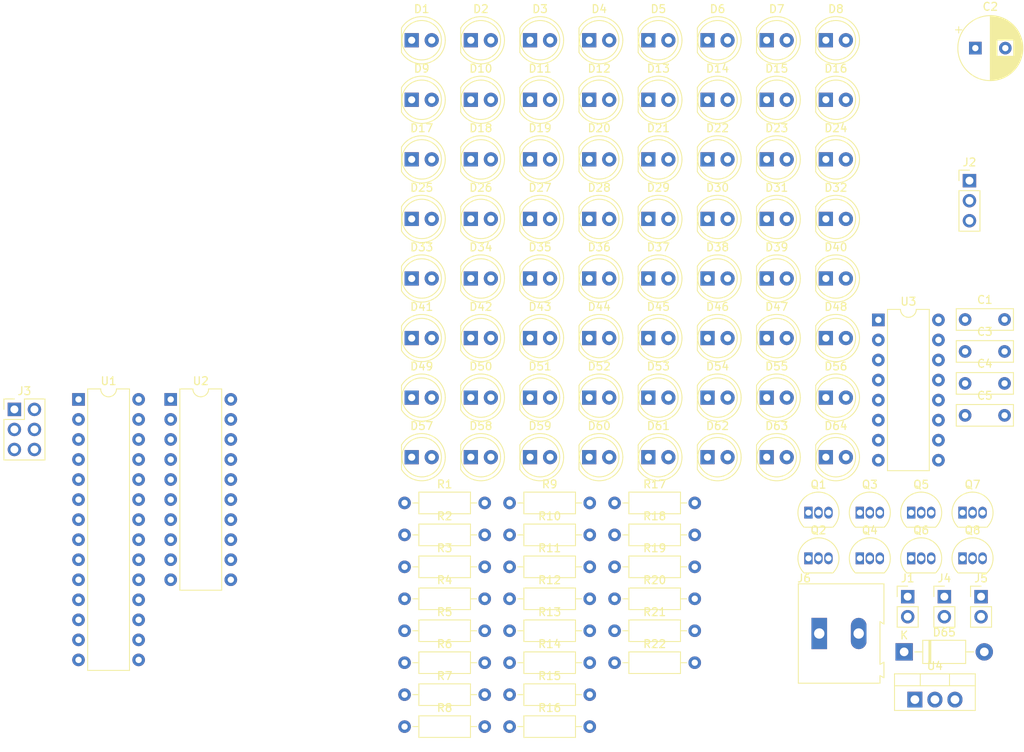
<source format=kicad_pcb>
(kicad_pcb (version 20240108) (generator "pcbnew") (generator_version "8.0")
  (layers (0 "F.Cu" signal) (31 "B.Cu" signal) (34 "B.Paste" user) (35 "F.Paste" user) (36 "B.SilkS" user "B.Silkscreen") (37 "F.SilkS" user "F.Silkscreen") (38 "B.Mask" user) (39 "F.Mask" user) (44 "Edge.Cuts" user))
  (net 0 "")
  (net 1 "VCC")
  (net 2 "GND")
  (net 3 "Net-(D65-K)")
  (net 4 "Net-(D1-A)")
  (net 5 "/ROW_0")
  (net 6 "Net-(D10-A)")
  (net 7 "Net-(D11-A)")
  (net 8 "Net-(D12-A)")
  (net 9 "Net-(D13-A)")
  (net 10 "Net-(D14-A)")
  (net 11 "Net-(D15-A)")
  (net 12 "Net-(D16-A)")
  (net 13 "/ROW_1")
  (net 14 "/ROW_2")
  (net 15 "/ROW_3")
  (net 16 "/ROW_4")
  (net 17 "/ROW_5")
  (net 18 "/ROW_6")
  (net 19 "/ROW_7")
  (net 20 "Net-(D65-A)")
  (net 21 "Net-(J1-Pin_2)")
  (net 22 "Net-(J1-Pin_1)")
  (net 23 "Net-(J2-Pin_1)")
  (net 24 "Net-(J2-Pin_3)")
  (net 25 "Net-(J2-Pin_2)")
  (net 26 "Net-(J3-Pin_6)")
  (net 27 "Net-(J3-Pin_2)")
  (net 28 "Net-(J3-Pin_4)")
  (net 29 "Net-(Q1-B)")
  (net 30 "Net-(Q2-B)")
  (net 31 "Net-(Q3-B)")
  (net 32 "Net-(Q4-B)")
  (net 33 "Net-(Q5-B)")
  (net 34 "Net-(Q6-B)")
  (net 35 "Net-(Q7-B)")
  (net 36 "Net-(Q8-B)")
  (net 37 "/TR_ROW_0")
  (net 38 "/TR_ROW_1")
  (net 39 "/TR_ROW_2")
  (net 40 "/TR_ROW_3")
  (net 41 "/TR_ROW_4")
  (net 42 "/TR_ROW_5")
  (net 43 "/TR_ROW_6")
  (net 44 "/TR_ROW_7")
  (net 45 "/COL_0")
  (net 46 "/COL_1")
  (net 47 "/COL_2")
  (net 48 "/COL_3")
  (net 49 "/COL_4")
  (net 50 "/COL_5")
  (net 51 "/COL_6")
  (net 52 "/COL_7")
  (net 53 "Net-(U1-GPB0)")
  (net 54 "Net-(U1-GPB6)")
  (net 55 "Net-(U1-GPB3)")
  (net 56 "Net-(U1-GPA2)")
  (net 59 "Net-(U1-GPB4)")
  (net 60 "Net-(U1-GPA0)")
  (net 63 "Net-(U1-GPB5)")
  (net 64 "Net-(U1-GPB1)")
  (net 66 "Net-(U1-GPB2)")
  (net 68 "Net-(U1-GPB7)")
  (net 70 "Net-(U1-GPA1)")
  (footprint "LED_THT:LED_D5.0mm" (layer "F.Cu") (at 117.172 100.796)
    (property "Reference" "D59" (at 1.27 -3.96 0) (layer "F.SilkS"))
    (property "Value" "LED")
    (pad "1" thru_hole rect (at 0 0) (size 1.8 1.8) (drill 0.9) (layers "*.Cu" "*.Mask") (net 19 "/ROW_7"))
    (pad "2" thru_hole circle (at 2.54 0) (size 1.8 1.8) (drill 0.9) (layers "*.Cu" "*.Mask") (net 7 "Net-(D11-A)"))
  )
  (footprint "LED_THT:LED_D5.0mm" (layer "F.Cu") (at 147.172 47.946)
    (property "Reference" "D7" (at 1.27 -3.96 0) (layer "F.SilkS"))
    (property "Value" "LED")
    (pad "1" thru_hole rect (at 0 0) (size 1.8 1.8) (drill 0.9) (layers "*.Cu" "*.Mask") (net 5 "/ROW_0"))
    (pad "2" thru_hole circle (at 2.54 0) (size 1.8 1.8) (drill 0.9) (layers "*.Cu" "*.Mask") (net 11 "Net-(D15-A)"))
  )
  (footprint "Package_TO_SOT_THT:TO-92_Inline" (layer "F.Cu") (at 171.992 113.616)
    (property "Reference" "Q8" (at 1.27 -3.56 0) (layer "F.SilkS"))
    (property "Value" "2N3904")
    (pad "1" thru_hole rect (at 0 0) (size 1.05 1.5) (drill 0.75) (layers "*.Cu" "*.Mask") (net 2 "GND"))
    (pad "2" thru_hole oval (at 1.27 0) (size 1.05 1.5) (drill 0.75) (layers "*.Cu" "*.Mask") (net 36 "Net-(Q8-B)"))
    (pad "3" thru_hole oval (at 2.54 0) (size 1.05 1.5) (drill 0.75) (layers "*.Cu" "*.Mask") (net 19 "/ROW_7"))
  )
  (footprint "Capacitor_THT:C_Disc_D7.0mm_W2.5mm_P5.00mm" (layer "F.Cu") (at 172.322 95.496)
    (property "Reference" "C5" (at 2.5 -2.5 0) (layer "F.SilkS"))
    (property "Value" "100nF")
    (pad "1" thru_hole circle (at 0 0) (size 1.6 1.6) (drill 0.8) (layers "*.Cu" "*.Mask") (net 1 "VCC"))
    (pad "2" thru_hole circle (at 5 0) (size 1.6 1.6) (drill 0.8) (layers "*.Cu" "*.Mask") (net 2 "GND"))
  )
  (footprint "LED_THT:LED_D5.0mm" (layer "F.Cu") (at 109.672 93.246)
    (property "Reference" "D50" (at 1.27 -3.96 0) (layer "F.SilkS"))
    (property "Value" "LED")
    (pad "1" thru_hole rect (at 0 0) (size 1.8 1.8) (drill 0.9) (layers "*.Cu" "*.Mask") (net 18 "/ROW_6"))
    (pad "2" thru_hole circle (at 2.54 0) (size 1.8 1.8) (drill 0.9) (layers "*.Cu" "*.Mask") (net 6 "Net-(D10-A)"))
  )
  (footprint "LED_THT:LED_D5.0mm" (layer "F.Cu") (at 124.672 100.796)
    (property "Reference" "D60" (at 1.27 -3.96 0) (layer "F.SilkS"))
    (property "Value" "LED")
    (pad "1" thru_hole rect (at 0 0) (size 1.8 1.8) (drill 0.9) (layers "*.Cu" "*.Mask") (net 19 "/ROW_7"))
    (pad "2" thru_hole circle (at 2.54 0) (size 1.8 1.8) (drill 0.9) (layers "*.Cu" "*.Mask") (net 8 "Net-(D12-A)"))
  )
  (footprint "LED_THT:LED_D5.0mm" (layer "F.Cu") (at 147.172 55.496)
    (property "Reference" "D15" (at 1.27 -3.96 0) (layer "F.SilkS"))
    (property "Value" "LED")
    (pad "1" thru_hole rect (at 0 0) (size 1.8 1.8) (drill 0.9) (layers "*.Cu" "*.Mask") (net 13 "/ROW_1"))
    (pad "2" thru_hole circle (at 2.54 0) (size 1.8 1.8) (drill 0.9) (layers "*.Cu" "*.Mask") (net 11 "Net-(D15-A)"))
  )
  (footprint "Package_TO_SOT_THT:TO-92_Inline" (layer "F.Cu") (at 165.482 113.616)
    (property "Reference" "Q6" (at 1.27 -3.56 0) (layer "F.SilkS"))
    (property "Value" "2N3904")
    (pad "1" thru_hole rect (at 0 0) (size 1.05 1.5) (drill 0.75) (layers "*.Cu" "*.Mask") (net 2 "GND"))
    (pad "2" thru_hole oval (at 1.27 0) (size 1.05 1.5) (drill 0.75) (layers "*.Cu" "*.Mask") (net 34 "Net-(Q6-B)"))
    (pad "3" thru_hole oval (at 2.54 0) (size 1.05 1.5) (drill 0.75) (layers "*.Cu" "*.Mask") (net 17 "/ROW_5"))
  )
  (footprint "Resistor_THT:R_Axial_DIN0207_L6.3mm_D2.5mm_P10.16mm_Horizontal" (layer "F.Cu") (at 127.892 122.796)
    (property "Reference" "R21" (at 5.08 -2.37 0) (layer "F.SilkS"))
    (property "Value" "10K")
    (pad "1" thru_hole circle (at 0 0) (size 1.6 1.6) (drill 0.8) (layers "*.Cu" "*.Mask") (net 2 "GND"))
    (pad "2" thru_hole oval (at 10.16 0) (size 1.6 1.6) (drill 0.8) (layers "*.Cu" "*.Mask") (net 28 "Net-(J3-Pin_4)"))
  )
  (footprint "LED_THT:LED_D5.0mm" (layer "F.Cu") (at 132.172 63.046)
    (property "Reference" "D21" (at 1.27 -3.96 0) (layer "F.SilkS"))
    (property "Value" "LED")
    (pad "1" thru_hole rect (at 0 0) (size 1.8 1.8) (drill 0.9) (layers "*.Cu" "*.Mask") (net 14 "/ROW_2"))
    (pad "2" thru_hole circle (at 2.54 0) (size 1.8 1.8) (drill 0.9) (layers "*.Cu" "*.Mask") (net 9 "Net-(D13-A)"))
  )
  (footprint "LED_THT:LED_D5.0mm" (layer "F.Cu") (at 124.672 78.146)
    (property "Reference" "D36" (at 1.27 -3.96 0) (layer "F.SilkS"))
    (property "Value" "LED")
    (pad "1" thru_hole rect (at 0 0) (size 1.8 1.8) (drill 0.9) (layers "*.Cu" "*.Mask") (net 16 "/ROW_4"))
    (pad "2" thru_hole circle (at 2.54 0) (size 1.8 1.8) (drill 0.9) (layers "*.Cu" "*.Mask") (net 8 "Net-(D12-A)"))
  )
  (footprint "Resistor_THT:R_Axial_DIN0207_L6.3mm_D2.5mm_P10.16mm_Horizontal" (layer "F.Cu") (at 127.892 114.696)
    (property "Reference" "R19" (at 5.08 -2.37 0) (layer "F.SilkS"))
    (property "Value" "10K")
    (pad "1" thru_hole circle (at 0 0) (size 1.6 1.6) (drill 0.8) (layers "*.Cu" "*.Mask") (net 1 "VCC"))
    (pad "2" thru_hole oval (at 10.16 0) (size 1.6 1.6) (drill 0.8) (layers "*.Cu" "*.Mask") (net 24 "Net-(J2-Pin_3)"))
  )
  (footprint "LED_THT:LED_D5.0mm" (layer "F.Cu") (at 102.172 100.796)
    (property "Reference" "D57" (at 1.27 -3.96 0) (layer "F.SilkS"))
    (property "Value" "LED")
    (pad "1" thru_hole rect (at 0 0) (size 1.8 1.8) (drill 0.9) (layers "*.Cu" "*.Mask") (net 19 "/ROW_7"))
    (pad "2" thru_hole circle (at 2.54 0) (size 1.8 1.8) (drill 0.9) (layers "*.Cu" "*.Mask") (net 4 "Net-(D1-A)"))
  )
  (footprint "Package_DIP:DIP-20_W7.62mm" (layer "F.Cu") (at 71.628 93.472)
    (property "Reference" "U2" (at 3.81 -2.33 0) (layer "F.SilkS"))
    (property "Value" "74AC45")
    (pad "1" thru_hole rect (at 0 0) (size 1.6 1.6) (drill 0.8) (layers "*.Cu" "*.Mask") (net 1 "VCC"))
    (pad "2" thru_hole oval (at 0 2.54) (size 1.6 1.6) (drill 0.8) (layers "*.Cu" "*.Mask") (net 53 "Net-(U1-GPB0)"))
    (pad "3" thru_hole oval (at 0 5.08) (size 1.6 1.6) (drill 0.8) (layers "*.Cu" "*.Mask") (net 64 "Net-(U1-GPB1)"))
    (pad "4" thru_hole oval (at 0 7.62) (size 1.6 1.6) (drill 0.8) (layers "*.Cu" "*.Mask") (net 66 "Net-(U1-GPB2)"))
    (pad "5" thru_hole oval (at 0 10.16) (size 1.6 1.6) (drill 0.8) (layers "*.Cu" "*.Mask") (net 55 "Net-(U1-GPB3)"))
    (pad "6" thru_hole oval (at 0 12.7) (size 1.6 1.6) (drill 0.8) (layers "*.Cu" "*.Mask") (net 59 "Net-(U1-GPB4)"))
    (pad "7" thru_hole oval (at 0 15.24) (size 1.6 1.6) (drill 0.8) (layers "*.Cu" "*.Mask") (net 63 "Net-(U1-GPB5)"))
    (pad "8" thru_hole oval (at 0 17.78) (size 1.6 1.6) (drill 0.8) (layers "*.Cu" "*.Mask") (net 54 "Net-(U1-GPB6)"))
    (pad "9" thru_hole oval (at 0 20.32) (size 1.6 1.6) (drill 0.8) (layers "*.Cu" "*.Mask") (net 68 "Net-(U1-GPB7)"))
    (pad "10" thru_hole oval (at 0 22.86) (size 1.6 1.6) (drill 0.8) (layers "*.Cu" "*.Mask") (net 2 "GND"))
    (pad "11" thru_hole oval (at 7.62 22.86) (size 1.6 1.6) (drill 0.8) (layers "*.Cu" "*.Mask") (net 52 "/COL_7"))
    (pad "12" thru_hole oval (at 7.62 20.32) (size 1.6 1.6) (drill 0.8) (layers "*.Cu" "*.Mask") (net 51 "/COL_6"))
    (pad "13" thru_hole oval (at 7.62 17.78) (size 1.6 1.6) (drill 0.8) (layers "*.Cu" "*.Mask") (net 50 "/COL_5"))
    (pad "14" thru_hole oval (at 7.62 15.24) (size 1.6 1.6) (drill 0.8) (layers "*.Cu" "*.Mask") (net 49 "/COL_4"))
    (pad "15" thru_hole oval (at 7.62 12.7) (size 1.6 1.6) (drill 0.8) (layers "*.Cu" "*.Mask") (net 48 "/COL_3"))
    (pad "16" thru_hole oval (at 7.62 10.16) (size 1.6 1.6) (drill 0.8) (layers "*.Cu" "*.Mask") (net 47 "/COL_2"))
    (pad "17" thru_hole oval (at 7.62 7.62) (size 1.6 1.6) (drill 0.8) (layers "*.Cu" "*.Mask") (net 46 "/COL_1"))
    (pad "18" thru_hole oval (at 7.62 5.08) (size 1.6 1.6) (drill 0.8) (layers "*.Cu" "*.Mask") (net 45 "/COL_0"))
    (pad "19" thru_hole oval (at 7.62 2.54) (size 1.6 1.6) (drill 0.8) (layers "*.Cu" "*.Mask") (net 2 "GND"))
    (pad "20" thru_hole oval (at 7.62 0) (size 1.6 1.6) (drill 0.8) (layers "*.Cu" "*.Mask") (net 1 "VCC"))
  )
  (footprint "Resistor_THT:R_Axial_DIN0207_L6.3mm_D2.5mm_P10.16mm_Horizontal" (layer "F.Cu") (at 101.272 134.946)
    (property "Reference" "R8" (at 5.08 -2.37 0) (layer "F.SilkS"))
    (property "Value" "1K")
    (pad "1" thru_hole circle (at 0 0) (size 1.6 1.6) (drill 0.8) (layers "*.Cu" "*.Mask") (net 44 "/TR_ROW_7"))
    (pad "2" thru_hole oval (at 10.16 0) (size 1.6 1.6) (drill 0.8) (layers "*.Cu" "*.Mask") (net 36 "Net-(Q8-B)"))
  )
  (footprint "Resistor_THT:R_Axial_DIN0207_L6.3mm_D2.5mm_P10.16mm_Horizontal" (layer "F.Cu") (at 101.272 122.796)
    (property "Reference" "R5" (at 5.08 -2.37 0) (layer "F.SilkS"))
    (property "Value" "1K")
    (pad "1" thru_hole circle (at 0 0) (size 1.6 1.6) (drill 0.8) (layers "*.Cu" "*.Mask") (net 41 "/TR_ROW_4"))
    (pad "2" thru_hole oval (at 10.16 0) (size 1.6 1.6) (drill 0.8) (layers "*.Cu" "*.Mask") (net 33 "Net-(Q5-B)"))
  )
  (footprint "LED_THT:LED_D5.0mm" (layer "F.Cu") (at 117.172 93.246)
    (property "Reference" "D51" (at 1.27 -3.96 0) (layer "F.SilkS"))
    (property "Value" "LED")
    (pad "1" thru_hole rect (at 0 0) (size 1.8 1.8) (drill 0.9) (layers "*.Cu" "*.Mask") (net 18 "/ROW_6"))
    (pad "2" thru_hole circle (at 2.54 0) (size 1.8 1.8) (drill 0.9) (layers "*.Cu" "*.Mask") (net 7 "Net-(D11-A)"))
  )
  (footprint "Package_DIP:DIP-28_W7.62mm" (layer "F.Cu") (at 59.944 93.472)
    (property "Reference" "U1" (at 3.81 -2.33 0) (layer "F.SilkS"))
    (property "Value" "MCP23017_SP")
    (pad "1" thru_hole rect (at 0 0) (size 1.6 1.6) (drill 0.8) (layers "*.Cu" "*.Mask") (net 53 "Net-(U1-GPB0)"))
    (pad "2" thru_hole oval (at 0 2.54) (size 1.6 1.6) (drill 0.8) (layers "*.Cu" "*.Mask") (net 64 "Net-(U1-GPB1)"))
    (pad "3" thru_hole oval (at 0 5.08) (size 1.6 1.6) (drill 0.8) (layers "*.Cu" "*.Mask") (net 66 "Net-(U1-GPB2)"))
    (pad "4" thru_hole oval (at 0 7.62) (size 1.6 1.6) (drill 0.8) (layers "*.Cu" "*.Mask") (net 55 "Net-(U1-GPB3)"))
    (pad "5" thru_hole oval (at 0 10.16) (size 1.6 1.6) (drill 0.8) (layers "*.Cu" "*.Mask") (net 59 "Net-(U1-GPB4)"))
    (pad "6" thru_hole oval (at 0 12.7) (size 1.6 1.6) (drill 0.8) (layers "*.Cu" "*.Mask") (net 63 "Net-(U1-GPB5)"))
    (pad "7" thru_hole oval (at 0 15.24) (size 1.6 1.6) (drill 0.8) (layers "*.Cu" "*.Mask") (net 54 "Net-(U1-GPB6)"))
    (pad "8" thru_hole oval (at 0 17.78) (size 1.6 1.6) (drill 0.8) (layers "*.Cu" "*.Mask") (net 68 "Net-(U1-GPB7)"))
    (pad "9" thru_hole oval (at 0 20.32) (size 1.6 1.6) (drill 0.8) (layers "*.Cu" "*.Mask") (net 1 "VCC"))
    (pad "10" thru_hole oval (at 0 22.86) (size 1.6 1.6) (drill 0.8) (layers "*.Cu" "*.Mask") (net 2 "GND"))
    (pad "11" thru_hole oval (at 0 25.4) (size 1.6 1.6) (drill 0.8) (layers "*.Cu" "*.Mask"))
    (pad "12" thru_hole oval (at 0 27.94) (size 1.6 1.6) (drill 0.8) (layers "*.Cu" "*.Mask") (net 21 "Net-(J1-Pin_2)"))
    (pad "13" thru_hole oval (at 0 30.48) (size 1.6 1.6) (drill 0.8) (layers "*.Cu" "*.Mask") (net 22 "Net-(J1-Pin_1)"))
    (pad "14" thru_hole oval (at 0 33.02) (size 1.6 1.6) (drill 0.8) (layers "*.Cu" "*.Mask"))
    (pad "15" thru_hole oval (at 7.62 33.02) (size 1.6 1.6) (drill 0.8) (layers "*.Cu" "*.Mask") (net 26 "Net-(J3-Pin_6)"))
    (pad "16" thru_hole oval (at 7.62 30.48) (size 1.6 1.6) (drill 0.8) (layers "*.Cu" "*.Mask") (net 28 "Net-(J3-Pin_4)"))
    (pad "17" thru_hole oval (at 7.62 27.94) (size 1.6 1.6) (drill 0.8) (layers "*.Cu" "*.Mask") (net 27 "Net-(J3-Pin_2)"))
    (pad "18" thru_hole oval (at 7.62 25.4) (size 1.6 1.6) (drill 0.8) (layers "*.Cu" "*.Mask") (net 24 "Net-(J2-Pin_3)"))
    (pad "19" thru_hole oval (at 7.62 22.86) (size 1.6 1.6) (drill 0.8) (layers "*.Cu" "*.Mask") (net 23 "Net-(J2-Pin_1)"))
    (pad "20" thru_hole oval (at 7.62 20.32) (size 1.6 1.6) (drill 0.8) (layers "*.Cu" "*.Mask") (net 25 "Net-(J2-Pin_2)"))
    (pad "21" thru_hole oval (at 7.62 17.78) (size 1.6 1.6) (drill 0.8) (layers "*.Cu" "*.Mask") (net 60 "Net-(U1-GPA0)"))
    (pad "22" thru_hole oval (at 7.62 15.24) (size 1.6 1.6) (drill 0.8) (layers "*.Cu" "*.Mask") (net 70 "Net-(U1-GPA1)"))
    (pad "23" thru_hole oval (at 7.62 12.7) (size 1.6 1.6) (drill 0.8) (layers "*.Cu" "*.Mask") (net 56 "Net-(U1-GPA2)"))
    (pad "24" thru_hole oval (at 7.62 10.16) (size 1.6 1.6) (drill 0.8) (layers "*.Cu" "*.Mask"))
    (pad "25" thru_hole oval (at 7.62 7.62) (size 1.6 1.6) (drill 0.8) (layers "*.Cu" "*.Mask"))
    (pad "26" thru_hole oval (at 7.62 5.08) (size 1.6 1.6) (drill 0.8) (layers "*.Cu" "*.Mask"))
    (pad "27" thru_hole oval (at 7.62 2.54) (size 1.6 1.6) (drill 0.8) (layers "*.Cu" "*.Mask"))
    (pad "28" thru_hole oval (at 7.62 0) (size 1.6 1.6) (drill 0.8) (layers "*.Cu" "*.Mask"))
  )
  (footprint "Resistor_THT:R_Axial_DIN0207_L6.3mm_D2.5mm_P10.16mm_Horizontal" (layer "F.Cu") (at 127.892 118.746)
    (property "Reference" "R20" (at 5.08 -2.37 0) (layer "F.SilkS"))
    (property "Value" "10K")
    (pad "1" thru_hole circle (at 0 0) (size 1.6 1.6) (drill 0.8) (layers "*.Cu" "*.Mask") (net 2 "GND"))
    (pad "2" thru_hole oval (at 10.16 0) (size 1.6 1.6) (drill 0.8) (layers "*.Cu" "*.Mask") (net 27 "Net-(J3-Pin_2)"))
  )
  (footprint "LED_THT:LED_D5.0mm" (layer "F.Cu") (at 109.672 85.696)
    (property "Reference" "D42" (at 1.27 -3.96 0) (layer "F.SilkS"))
    (property "Value" "LED")
    (pad "1" thru_hole rect (at 0 0) (size 1.8 1.8) (drill 0.9) (layers "*.Cu" "*.Mask") (net 17 "/ROW_5"))
    (pad "2" thru_hole circle (at 2.54 0) (size 1.8 1.8) (drill 0.9) (layers "*.Cu" "*.Mask") (net 6 "Net-(D10-A)"))
  )
  (footprint "LED_THT:LED_D5.0mm" (layer "F.Cu") (at 102.172 85.696)
    (property "Reference" "D41" (at 1.27 -3.96 0) (layer "F.SilkS"))
    (property "Value" "LED")
    (pad "1" thru_hole rect (at 0 0) (size 1.8 1.8) (drill 0.9) (layers "*.Cu" "*.Mask") (net 17 "/ROW_5"))
    (pad "2" thru_hole circle (at 2.54 0) (size 1.8 1.8) (drill 0.9) (layers "*.Cu" "*.Mask") (net 4 "Net-(D1-A)"))
  )
  (footprint "LED_THT:LED_D5.0mm" (layer "F.Cu") (at 139.672 85.696)
    (property "Reference" "D46" (at 1.27 -3.96 0) (layer "F.SilkS"))
    (property "Value" "LED")
    (pad "1" thru_hole rect (at 0 0) (size 1.8 1.8) (drill 0.9) (layers "*.Cu" "*.Mask") (net 17 "/ROW_5"))
    (pad "2" thru_hole circle (at 2.54 0) (size 1.8 1.8) (drill 0.9) (layers "*.Cu" "*.Mask") (net 10 "Net-(D14-A)"))
  )
  (footprint "LED_THT:LED_D5.0mm" (layer "F.Cu") (at 109.672 70.596)
    (property "Reference" "D26" (at 1.27 -3.96 0) (layer "F.SilkS"))
    (property "Value" "LED")
    (pad "1" thru_hole rect (at 0 0) (size 1.8 1.8) (drill 0.9) (layers "*.Cu" "*.Mask") (net 15 "/ROW_3"))
    (pad "2" thru_hole circle (at 2.54 0) (size 1.8 1.8) (drill 0.9) (layers "*.Cu" "*.Mask") (net 6 "Net-(D10-A)"))
  )
  (footprint "Resistor_THT:R_Axial_DIN0207_L6.3mm_D2.5mm_P10.16mm_Horizontal" (layer "F.Cu") (at 114.582 106.596)
    (property "Reference" "R9" (at 5.08 -2.37 0) (layer "F.SilkS"))
    (property "Value" "470")
    (pad "1" thru_hole circle (at 0 0) (size 1.6 1.6) (drill 0.8) (layers "*.Cu" "*.Mask") (net 4 "Net-(D1-A)"))
    (pad "2" thru_hole oval (at 10.16 0) (size 1.6 1.6) (drill 0.8) (layers "*.Cu" "*.Mask") (net 45 "/COL_0"))
  )
  (footprint "LED_THT:LED_D5.0mm" (layer "F.Cu") (at 117.172 78.146)
    (property "Reference" "D35" (at 1.27 -3.96 0) (layer "F.SilkS"))
    (property "Value" "LED")
    (pad "1" thru_hole rect (at 0 0) (size 1.8 1.8) (drill 0.9) (layers "*.Cu" "*.Mask") (net 16 "/ROW_4"))
    (pad "2" thru_hole circle (at 2.54 0) (size 1.8 1.8) (drill 0.9) (layers "*.Cu" "*.Mask") (net 7 "Net-(D11-A)"))
  )
  (footprint "LED_THT:LED_D5.0mm" (layer "F.Cu") (at 102.172 55.496)
    (property "Reference" "D9" (at 1.27 -3.96 0) (layer "F.SilkS"))
    (property "Value" "LED")
    (pad "1" thru_hole rect (at 0 0) (size 1.8 1.8) (drill 0.9) (layers "*.Cu" "*.Mask") (net 13 "/ROW_1"))
    (pad "2" thru_hole circle (at 2.54 0) (size 1.8 1.8) (drill 0.9) (layers "*.Cu" "*.Mask") (net 4 "Net-(D1-A)"))
  )
  (footprint "LED_THT:LED_D5.0mm" (layer "F.Cu") (at 154.672 85.696)
    (property "Reference" "D48" (at 1.27 -3.96 0) (layer "F.SilkS"))
    (property "Value" "LED")
    (pad "1" thru_hole rect (at 0 0) (size 1.8 1.8) (drill 0.9) (layers "*.Cu" "*.Mask") (net 17 "/ROW_5"))
    (pad "2" thru_hole circle (at 2.54 0) (size 1.8 1.8) (drill 0.9) (layers "*.Cu" "*.Mask") (net 12 "Net-(D16-A)"))
  )
  (footprint "Capacitor_THT:C_Disc_D7.0mm_W2.5mm_P5.00mm" (layer "F.Cu") (at 172.322 87.396)
    (property "Reference" "C3" (at 2.5 -2.5 0) (layer "F.SilkS"))
    (property "Value" "100nF")
    (pad "1" thru_hole circle (at 0 0) (size 1.6 1.6) (drill 0.8) (layers "*.Cu" "*.Mask") (net 1 "VCC"))
    (pad "2" thru_hole circle (at 5 0) (size 1.6 1.6) (drill 0.8) (layers "*.Cu" "*.Mask") (net 2 "GND"))
  )
  (footprint "LED_THT:LED_D5.0mm" (layer "F.Cu") (at 132.172 78.146)
    (property "Reference" "D37" (at 1.27 -3.96 0) (layer "F.SilkS"))
    (property "Value" "LED")
    (pad "1" thru_hole rect (at 0 0) (size 1.8 1.8) (drill 0.9) (layers "*.Cu" "*.Mask") (net 16 "/ROW_4"))
    (pad "2" thru_hole circle (at 2.54 0) (size 1.8 1.8) (drill 0.9) (layers "*.Cu" "*.Mask") (net 9 "Net-(D13-A)"))
  )
  (footprint "LED_THT:LED_D5.0mm" (layer "F.Cu") (at 109.672 55.496)
    (property "Reference" "D10" (at 1.27 -3.96 0) (layer "F.SilkS"))
    (property "Value" "LED")
    (pad "1" thru_hole rect (at 0 0) (size 1.8 1.8) (drill 0.9) (layers "*.Cu" "*.Mask") (net 13 "/ROW_1"))
    (pad "2" thru_hole circle (at 2.54 0) (size 1.8 1.8) (drill 0.9) (layers "*.Cu" "*.Mask") (net 6 "Net-(D10-A)"))
  )
  (footprint "LED_THT:LED_D5.0mm" (layer "F.Cu") (at 109.672 47.946)
    (property "Reference" "D2" (at 1.27 -3.96 0) (layer "F.SilkS"))
    (property "Value" "LED")
    (pad "1" thru_hole rect (at 0 0) (size 1.8 1.8) (drill 0.9) (layers "*.Cu" "*.Mask") (net 5 "/ROW_0"))
    (pad "2" thru_hole circle (at 2.54 0) (size 1.8 1.8) (drill 0.9) (layers "*.Cu" "*.Mask") (net 6 "Net-(D10-A)"))
  )
  (footprint "Package_TO_SOT_THT:TO-92_Inline" (layer "F.Cu") (at 171.992 107.826)
    (property "Reference" "Q7" (at 1.27 -3.56 0) (layer "F.SilkS"))
    (property "Value" "2N3904")
    (pad "1" thru_hole rect (at 0 0) (size 1.05 1.5) (drill 0.75) (layers "*.Cu" "*.Mask") (net 2 "GND"))
    (pad "2" thru_hole oval (at 1.27 0) (size 1.05 1.5) (drill 0.75) (layers "*.Cu" "*.Mask") (net 35 "Net-(Q7-B)"))
    (pad "3" thru_hole oval (at 2.54 0) (size 1.05 1.5) (drill 0.75) (layers "*.Cu" "*.Mask") (net 18 "/ROW_6"))
  )
  (footprint "LED_THT:LED_D5.0mm" (layer "F.Cu") (at 154.672 55.496)
    (property "Reference" "D16" (at 1.27 -3.96 0) (layer "F.SilkS"))
    (property "Value" "LED")
    (pad "1" thru_hole rect (at 0 0) (size 1.8 1.8) (drill 0.9) (layers "*.Cu" "*.Mask") (net 13 "/ROW_1"))
    (pad "2" thru_hole circle (at 2.54 0) (size 1.8 1.8) (drill 0.9) (layers "*.Cu" "*.Mask") (net 12 "Net-(D16-A)"))
  )
  (footprint "LED_THT:LED_D5.0mm" (layer "F.Cu") (at 117.172 85.696)
    (property "Reference" "D43" (at 1.27 -3.96 0) (layer "F.SilkS"))
    (property "Value" "LED")
    (pad "1" thru_hole rect (at 0 0) (size 1.8 1.8) (drill 0.9) (layers "*.Cu" "*.Mask") (net 17 "/ROW_5"))
    (pad "2" thru_hole circle (at 2.54 0) (size 1.8 1.8) (drill 0.9) (layers "*.Cu" "*.Mask") (net 7 "Net-(D11-A)"))
  )
  (footprint "LED_THT:LED_D5.0mm" (layer "F.Cu") (at 102.172 47.946)
    (property "Reference" "D1" (at 1.27 -3.96 0) (layer "F.SilkS"))
    (property "Value" "LED")
    (pad "1" thru_hole rect (at 0 0) (size 1.8 1.8) (drill 0.9) (layers "*.Cu" "*.Mask") (net 5 "/ROW_0"))
    (pad "2" thru_hole circle (at 2.54 0) (size 1.8 1.8) (drill 0.9) (layers "*.Cu" "*.Mask") (net 4 "Net-(D1-A)"))
  )
  (footprint "LED_THT:LED_D5.0mm" (layer "F.Cu") (at 139.672 63.046)
    (property "Reference" "D22" (at 1.27 -3.96 0) (layer "F.SilkS"))
    (property "Value" "LED")
    (pad "1" thru_hole rect (at 0 0) (size 1.8 1.8) (drill 0.9) (layers "*.Cu" "*.Mask") (net 14 "/ROW_2"))
    (pad "2" thru_hole circle (at 2.54 0) (size 1.8 1.8) (drill 0.9) (layers "*.Cu" "*.Mask") (net 10 "Net-(D14-A)"))
  )
  (footprint "Resistor_THT:R_Axial_DIN0207_L6.3mm_D2.5mm_P10.16mm_Horizontal" (layer "F.Cu") (at 114.582 118.746)
    (property "Reference" "R12" (at 5.08 -2.37 0) (layer "F.SilkS"))
    (property "Value" "470")
    (pad "1" thru_hole circle (at 0 0) (size 1.6 1.6) (drill 0.8) (layers "*.Cu" "*.Mask") (net 8 "Net-(D12-A)"))
    (pad "2" thru_hole oval (at 10.16 0) (size 1.6 1.6) (drill 0.8) (layers "*.Cu" "*.Mask") (net 48 "/COL_3"))
  )
  (footprint "LED_THT:LED_D5.0mm" (layer "F.Cu") (at 132.172 85.696)
    (property "Reference" "D45" (at 1.27 -3.96 0) (layer "F.SilkS"))
    (property "Value" "LED")
    (pad "1" thru_hole rect (at 0 0) (size 1.8 1.8) (drill 0.9) (layers "*.Cu" "*.Mask") (net 17 "/ROW_5"))
    (pad "2" thru_hole circle (at 2.54 0) (size 1.8 1.8) (drill 0.9) (layers "*.Cu" "*.Mask") (net 9 "Net-(D13-A)"))
  )
  (footprint "LED_THT:LED_D5.0mm" (layer "F.Cu") (at 102.172 70.596)
    (property "Reference" "D25" (at 1.27 -3.96 0) (layer "F.SilkS"))
    (property "Value" "LED")
    (pad "1" thru_hole rect (at 0 0) (size 1.8 1.8) (drill 0.9) (layers "*.Cu" "*.Mask") (net 15 "/ROW_3"))
    (pad "2" thru_hole circle (at 2.54 0) (size 1.8 1.8) (drill 0.9) (layers "*.Cu" "*.Mask") (net 4 "Net-(D1-A)"))
  )
  (footprint "Package_TO_SOT_THT:TO-92_Inline" (layer "F.Cu") (at 158.972 113.616)
    (property "Reference" "Q4" (at 1.27 -3.56 0) (layer "F.SilkS"))
    (property "Value" "2N3904")
    (pad "1" thru_hole rect (at 0 0) (size 1.05 1.5) (drill 0.75) (layers "*.Cu" "*.Mask") (net 2 "GND"))
    (pad "2" thru_hole oval (at 1.27 0) (size 1.05 1.5) (drill 0.75) (layers "*.Cu" "*.Mask") (net 32 "Net-(Q4-B)"))
    (pad "3" thru_hole oval (at 2.54 0) (size 1.05 1.5) (drill 0.75) (layers "*.Cu" "*.Mask") (net 15 "/ROW_3"))
  )
  (footprint "LED_THT:LED_D5.0mm" (layer "F.Cu") (at 147.172 70.596)
    (property "Reference" "D31" (at 1.27 -3.96 0) (layer "F.SilkS"))
    (property "Value" "LED")
    (pad "1" thru_hole rect (at 0 0) (size 1.8 1.8) (drill 0.9) (layers "*.Cu" "*.Mask") (net 15 "/ROW_3"))
    (pad "2" thru_hole circle (at 2.54 0) (size 1.8 1.8) (drill 0.9) (layers "*.Cu" "*.Mask") (net 11 "Net-(D15-A)"))
  )
  (footprint "LED_THT:LED_D5.0mm" (layer "F.Cu") (at 117.172 70.596)
    (property "Reference" "D27" (at 1.27 -3.96 0) (layer "F.SilkS"))
    (property "Value" "LED")
    (pad "1" thru_hole rect (at 0 0) (size 1.8 1.8) (drill 0.9) (layers "*.Cu" "*.Mask") (net 15 "/ROW_3"))
    (pad "2" thru_hole circle (at 2.54 0) (size 1.8 1.8) (drill 0.9) (layers "*.Cu" "*.Mask") (net 7 "Net-(D11-A)"))
  )
  (footprint "LED_THT:LED_D5.0mm" (layer "F.Cu") (at 154.672 93.246)
    (property "Reference" "D56" (at 1.27 -3.96 0) (layer "F.SilkS"))
    (property "Value" "LED")
    (pad "1" thru_hole rect (at 0 0) (size 1.8 1.8) (drill 0.9) (layers "*.Cu" "*.Mask") (net 18 "/ROW_6"))
    (pad "2" thru_hole circle (at 2.54 0) (size 1.8 1.8) (drill 0.9) (layers "*.Cu" "*.Mask") (net 12 "Net-(D16-A)"))
  )
  (footprint "LED_THT:LED_D5.0mm" (layer "F.Cu") (at 132.172 47.946)
    (property "Reference" "D5" (at 1.27 -3.96 0) (layer "F.SilkS"))
    (property "Value" "LED")
    (pad "1" thru_hole rect (at 0 0) (size 1.8 1.8) (drill 0.9) (layers "*.Cu" "*.Mask") (net 5 "/ROW_0"))
    (pad "2" thru_hole circle (at 2.54 0) (size 1.8 1.8) (drill 0.9) (layers "*.Cu" "*.Mask") (net 9 "Net-(D13-A)"))
  )
  (footprint "Connector_PinHeader_2.54mm:PinHeader_1x02_P2.54mm_Vertical" (layer "F.Cu") (at 165.042 118.476)
    (property "Reference" "J1" (at 0 -2.33 0) (layer "F.SilkS"))
    (property "Value" "I2C")
    (pad "1" thru_hole rect (at 0 0) (size 1.7 1.7) (drill 1) (layers "*.Cu" "*.Mask") (net 22 "Net-(J1-Pin_1)"))
    (pad "2" thru_hole oval (at 0 2.54) (size 1.7 1.7) (drill 1) (layers "*.Cu" "*.Mask") (net 21 "Net-(J1-Pin_2)"))
  )
  (footprint "Capacitor_THT:CP_Radial_D8.0mm_P3.80mm" (layer "F.Cu") (at 173.616698 48.946)
    (property "Reference" "C2" (at 1.9 -5.25 0) (layer "F.SilkS"))
    (property "Value" "10uF")
    (pad "1" thru_hole rect (at 0 0) (size 1.6 1.6) (drill 0.8) (layers "*.Cu" "*.Mask") (net 3 "Net-(D65-K)"))
    (pad "2" thru_hole circle (at 3.8 0) (size 1.6 1.6) (drill 0.8) (layers "*.Cu" "*.Mask") (net 2 "GND"))
  )
  (footprint "Resistor_THT:R_Axial_DIN0207_L6.3mm_D2.5mm_P10.16mm_Horizontal" (layer "F.Cu") (at 101.272 130.896)
    (property "Reference" "R7" (at 5.08 -2.37 0) (layer "F.SilkS"))
    (property "Value" "1K")
    (pad "1" thru_hole circle (at 0 0) (size 1.6 1.6) (drill 0.8) (layers "*.Cu" "*.Mask") (net 43 "/TR_ROW_6"))
    (pad "2" thru_hole oval (at 10.16 0) (size 1.6 1.6) (drill 0.8) (layers "*.Cu" "*.Mask") (net 35 "Net-(Q7-B)"))
  )
  (footprint "Connector_PinHeader_2.54mm:PinHeader_1x02_P2.54mm_Vertical" (layer "F.Cu") (at 174.342 118.476)
    (property "Reference" "J5" (at 0 -2.33 0) (layer "F.SilkS"))
    (property "Value" "GND")
    (pad "1" thru_hole rect (at 0 0) (size 1.7 1.7) (drill 1) (layers "*.Cu" "*.Mask") (net 2 "GND"))
    (pad "2" thru_hole oval (at 0 2.54) (size 1.7 1.7) (drill 1) (layers "*.Cu" "*.Mask") (net 2 "GND"))
  )
  (footprint "Resistor_THT:R_Axial_DIN0207_L6.3mm_D2.5mm_P10.16mm_Horizontal" (layer "F.Cu") (at 101.272 118.746)
    (property "Reference" "R4" (at 5.08 -2.37 0) (layer "F.SilkS"))
    (property "Value" "1K")
    (pad "1" thru_hole circle (at 0 0) (size 1.6 1.6) (drill 0.8) (layers "*.Cu" "*.Mask") (net 40 "/TR_ROW_3"))
    (pad "2" thru_hole oval (at 10.16 0) (size 1.6 1.6) (drill 0.8) (layers "*.Cu" "*.Mask") (net 32 "Net-(Q4-B)"))
  )
  (footprint "LED_THT:LED_D5.0mm" (layer "F.Cu") (at 147.172 85.696)
    (property "Reference" "D47" (at 1.27 -3.96 0) (layer "F.SilkS"))
    (property "Value" "LED")
    (pad "1" thru_hole rect (at 0 0) (size 1.8 1.8) (drill 0.9) (layers "*.Cu" "*.Mask") (net 17 "/ROW_5"))
    (pad "2" thru_hole circle (at 2.54 0) (size 1.8 1.8) (drill 0.9) (layers "*.Cu" "*.Mask") (net 11 "Net-(D15-A)"))
  )
  (footprint "LED_THT:LED_D5.0mm" (layer "F.Cu") (at 124.672 63.046)
    (property "Reference" "D20" (at 1.27 -3.96 0) (layer "F.SilkS"))
    (property "Value" "LED")
    (pad "1" thru_hole rect (at 0 0) (size 1.8 1.8) (drill 0.9) (layers "*.Cu" "*.Mask") (net 14 "/ROW_2"))
    (pad "2" thru_hole circle (at 2.54 0) (size 1.8 1.8) (drill 0.9) (layers "*.Cu" "*.Mask") (net 8 "Net-(D12-A)"))
  )
  (footprint "Package_TO_SOT_THT:TO-220-3_Vertical" (layer "F.Cu") (at 165.952 131.526)
    (property "Reference" "U4" (at 2.54 -4.27 0) (layer "F.SilkS"))
    (property "Value" "UA78M33CKCS")
    (pad "1" thru_hole rect (at 0 0) (size 1.905 2) (drill 1.1) (layers "*.Cu" "*.Mask") (net 3 "Net-(D65-K)"))
    (pad "2" thru_hole oval (at 2.54 0) (size 1.905 2) (drill 1.1) (layers "*.Cu" "*.Mask") (net 2 "GND"))
    (pad "3" thru_hole oval (at 5.08 0) (size 1.905 2) (drill 1.1) (layers "*.Cu" "*.Mask") (net 1 "VCC"))
  )
  (footprint "Package_TO_SOT_THT:TO-92_Inline" (layer "F.Cu") (at 152.462 113.616)
    (property "Reference" "Q2" (at 1.27 -3.56 0) (layer "F.SilkS"))
    (property "Value" "2N3904")
    (pad "1" thru_hole rect (at 0 0) (size 1.05 1.5) (drill 0.75) (layers "*.Cu" "*.Mask") (net 2 "GND"))
    (pad "2" thru_hole oval (at 1.27 0) (size 1.05 1.5) (drill 0.75) (layers "*.Cu" "*.Mask") (net 30 "Net-(Q2-B)"))
    (pad "3" thru_hole oval (at 2.54 0) (size 1.05 1.5) (drill 0.75) (layers "*.Cu" "*.Mask") (net 13 "/ROW_1"))
  )
  (footprint "LED_THT:LED_D5.0mm" (layer "F.Cu") (at 154.672 63.046)
    (property "Reference" "D24" (at 1.27 -3.96 0) (layer "F.SilkS"))
    (property "Value" "LED")
    (pad "1" thru_hole rect (at 0 0) (size 1.8 1.8) (drill 0.9) (layers "*.Cu" "*.Mask") (net 14 "/ROW_2"))
    (pad "2" thru_hole circle (at 2.54 0) (size 1.8 1.8) (drill 0.9) (layers "*.Cu" "*.Mask") (net 12 "Net-(D16-A)"))
  )
  (footprint "LED_THT:LED_D5.0mm" (layer "F.Cu") (at 139.672 93.246)
    (property "Reference" "D54" (at 1.27 -3.96 0) (layer "F.SilkS"))
    (property "Value" "LED")
    (pad "1" thru_hole rect (at 0 0) (size 1.8 1.8) (drill 0.9) (layers "*.Cu" "*.Mask") (net 18 "/ROW_6"))
    (pad "2" thru_hole circle (at 2.54 0) (size 1.8 1.8) (drill 0.9) (layers "*.Cu" "*.Mask") (net 10 "Net-(D14-A)"))
  )
  (footprint "LED_THT:LED_D5.0mm" (layer "F.Cu") (at 117.172 55.496)
    (property "Reference" "D11" (at 1.27 -3.96 0) (layer "F.SilkS"))
    (property "Value" "LED")
    (pad "1" thru_hole rect (at 0 0) (size 1.8 1.8) (drill 0.9) (layers "*.Cu" "*.Mask") (net 13 "/ROW_1"))
    (pad "2" thru_hole circle (at 2.54 0) (size 1.8 1.8) (drill 0.9) (layers "*.Cu" "*.Mask") (net 7 "Net-(D11-A)"))
  )
  (footprint "LED_THT:LED_D5.0mm" (layer "F.Cu") (at 154.672 47.946)
    (property "Reference" "D8" (at 1.27 -3.96 0) (layer "F.SilkS"))
    (property "Value" "LED")
    (pad "1" thru_hole rect (at 0 0) (size 1.8 1.8) (drill 0.9) (layers "*.Cu" "*.Mask") (net 5 "/ROW_0"))
    (pad "2" thru_hole circle (at 2.54 0) (size 1.8 1.8) (drill 0.9) (layers "*.Cu" "*.Mask") (net 12 "Net-(D16-A)"))
  )
  (footprint "Resistor_THT:R_Axial_DIN0207_L6.3mm_D2.5mm_P10.16mm_Horizontal" (layer "F.Cu") (at 114.582 114.696)
    (property "Reference" "R11" (at 5.08 -2.37 0) (layer "F.SilkS"))
    (property "Value" "470")
    (pad "1" thru_hole circle (at 0 0) (size 1.6 1.6) (drill 0.8) (layers "*.Cu" "*.Mask") (net 7 "Net-(D11-A)"))
    (pad "2" thru_hole oval (at 10.16 0) (size 1.6 1.6) (drill 0.8) (layers "*.Cu" "*.Mask") (net 47 "/COL_2"))
  )
  (footprint "Resistor_THT:R_Axial_DIN0207_L6.3mm_D2.5mm_P10.16mm_Horizontal" (layer "F.Cu") (at 114.582 130.896)
    (property "Reference" "R15" (at 5.08 -2.37 0) (layer "F.SilkS"))
    (property "Value" "470")
    (pad "1" thru_hole circle (at 0 0) (size 1.6 1.6) (drill 0.8) (layers "*.Cu" "*.Mask") (net 11 "Net-(D15-A)"))
    (pad "2" thru_hole oval (at 10.16 0) (size 1.6 1.6) (drill 0.8) (layers "*.Cu" "*.Mask") (net 51 "/COL_6"))
  )
  (footprint "LED_THT:LED_D5.0mm" (layer "F.Cu") (at 124.672 55.496)
    (property "Reference" "D12" (at 1.27 -3.96 0) (layer "F.SilkS"))
    (property "Value" "LED")
    (pad "1" thru_hole rect (at 0 0) (size 1.8 1.8) (drill 0.9) (layers "*.Cu" "*.Mask") (net 13 "/ROW_1"))
    (pad "2" thru_hole circle (at 2.54 0) (size 1.8 1.8) (drill 0.9) (layers "*.Cu" "*.Mask") (net 8 "Net-(D12-A)"))
  )
  (footprint "Package_TO_SOT_THT:TO-92_Inline" (layer "F.Cu") (at 158.972 107.826)
    (property "Reference" "Q3" (at 1.27 -3.56 0) (layer "F.SilkS"))
    (property "Value" "2N3904")
    (pad "1" thru_hole rect (at 0 0) (size 1.05 1.5) (drill 0.75) (layers "*.Cu" "*.Mask") (net 2 "GND"))
    (pad "2" thru_hole oval (at 1.27 0) (size 1.05 1.5) (drill 0.75) (layers "*.Cu" "*.Mask") (net 31 "Net-(Q3-B)"))
    (pad "3" thru_hole oval (at 2.54 0) (size 1.05 1.5) (drill 0.75) (layers "*.Cu" "*.Mask") (net 14 "/ROW_2"))
  )
  (footprint "LED_THT:LED_D5.0mm" (layer "F.Cu") (at 109.672 100.796)
    (property "Reference" "D58" (at 1.27 -3.96 0) (layer "F.SilkS"))
    (property "Value" "LED")
    (pad "1" thru_hole rect (at 0 0) (size 1.8 1.8) (drill 0.9) (layers "*.Cu" "*.Mask") (net 19 "/ROW_7"))
    (pad "2" thru_hole circle (at 2.54 0) (size 1.8 1.8) (drill 0.9) (layers "*.Cu" "*.Mask") (net 6 "Net-(D10-A)"))
  )
  (footprint "LED_THT:LED_D5.0mm" (layer "F.Cu") (at 147.172 93.246)
    (property "Reference" "D55" (at 1.27 -3.96 0) (layer "F.SilkS"))
    (property "Value" "LED")
    (pad "1" thru_hole rect (at 0 0) (size 1.8 1.8) (drill 0.9) (layers "*.Cu" "*.Mask") (net 18 "/ROW_6"))
    (pad "2" thru_hole circle (at 2.54 0) (size 1.8 1.8) (drill 0.9) (layers "*.Cu" "*.Mask") (net 11 "Net-(D15-A)"))
  )
  (footprint "LED_THT:LED_D5.0mm" (layer "F.Cu") (at 147.172 63.046)
    (property "Reference" "D23" (at 1.27 -3.96 0) (layer "F.SilkS"))
    (property "Value" "LED")
    (pad "1" thru_hole rect (at 0 0) (size 1.8 1.8) (drill 0.9) (layers "*.Cu" "*.Mask") (net 14 "/ROW_2"))
    (pad "2" thru_hole circle (at 2.54 0) (size 1.8 1.8) (drill 0.9) (layers "*.Cu" "*.Mask") (net 11 "Net-(D15-A)"))
  )
  (footprint "LED_THT:LED_D5.0mm" (layer "F.Cu") (at 139.672 70.596)
    (property "Reference" "D30" (at 1.27 -3.96 0) (layer "F.SilkS"))
    (property "Value" "LED")
    (pad "1" thru_hole rect (at 0 0) (size 1.8 1.8) (drill 0.9) (layers "*.Cu" "*.Mask") (net 15 "/ROW_3"))
    (pad "2" thru_hole circle (at 2.54 0) (size 1.8 1.8) (drill 0.9) (layers "*.Cu" "*.Mask") (net 10 "Net-(D14-A)"))
  )
  (footprint "LED_THT:LED_D5.0mm" (layer "F.Cu") (at 124.672 93.246)
    (property "Reference" "D52" (at 1.27 -3.96 0) (layer "F.SilkS"))
    (property "Value" "LED")
    (pad "1" thru_hole rect (at 0 0) (size 1.8 1.8) (drill 0.9) (layers "*.Cu" "*.Mask") (net 18 "/ROW_6"))
    (pad "2" thru_hole circle (at 2.54 0) (size 1.8 1.8) (drill 0.9) (layers "*.Cu" "*.Mask") (net 8 "Net-(D12-A)"))
  )
  (footprint "Resistor_THT:R_Axial_DIN0207_L6.3mm_D2.5mm_P10.16mm_Horizontal" (layer "F.Cu") (at 127.892 110.646)
    (property "Reference" "R18" (at 5.08 -2.37 0) (layer "F.SilkS"))
    (property "Value" "1K")
    (pad "1" thru_hole circle (at 0 0) (size 1.6 1.6) (drill 0.8) (layers "*.Cu" "*.Mask") (net 21 "Net-(J1-Pin_2)"))
    (pad "2" thru_hole oval (at 10.16 0) (size 1.6 1.6) (drill 0.8) (layers "*.Cu" "*.Mask") (net 1 "VCC"))
  )
  (footprint "LED_THT:LED_D5.0mm" (layer "F.Cu") (at 154.672 100.796)
    (property "Reference" "D64" (at 1.27 -3.96 0) (layer "F.SilkS"))
    (property "Value" "LED")
    (pad "1" thru_hole rect (at 0 0) (size 1.8 1.8) (drill 0.9) (layers "*.Cu" "*.Mask") (net 19 "/ROW_7"))
    (pad "2" thru_hole circle (at 2.54 0) (size 1.8 1.8) (drill 0.9) (layers "*.Cu" "*.Mask") (net 12 "Net-(D16-A)"))
  )
  (footprint "LED_THT:LED_D5.0mm" (layer "F.Cu") (at 139.672 78.146)
    (property "Reference" "D38" (at 1.27 -3.96 0) (layer "F.SilkS"))
    (property "Value" "LED")
    (pad "1" thru_hole rect (at 0 0) (size 1.8 1.8) (drill 0.9) (layers "*.Cu" "*.Mask") (net 16 "/ROW_4"))
    (pad "2" thru_hole circle (at 2.54 0) (size 1.8 1.8) (drill 0.9) (layers "*.Cu" "*.Mask") (net 10 "Net-(D14-A)"))
  )
  (footprint "LED_THT:LED_D5.0mm" (layer "F.Cu") (at 117.172 63.046)
    (property "Reference" "D19" (at 1.27 -3.96 0) (layer "F.SilkS"))
    (property "Value" "LED")
    (pad "1" thru_hole rect (at 0 0) (size 1.8 1.8) (drill 0.9) (layers "*.Cu" "*.Mask") (net 14 "/ROW_2"))
    (pad "2" thru_hole circle (at 2.54 0) (size 1.8 1.8) (drill 0.9) (layers "*.Cu" "*.Mask") (net 7 "Net-(D11-A)"))
  )
  (footprint "Connector_PinHeader_2.54mm:PinHeader_1x03_P2.54mm_Vertical" (layer "F.Cu") (at 172.872 65.746)
    (property "Reference" "J2" (at 0 -2.33 0) (layer "F.SilkS"))
    (property "Value" "Extra")
    (pad "1" thru_hole rect (at 0 0) (size 1.7 1.7) (drill 1) (layers "*.Cu" "*.Mask") (net 23 "Net-(J2-Pin_1)"))
    (pad "2" thru_hole oval (at 0 2.54) (size 1.7 1.7) (drill 1) (layers "*.Cu" "*.Mask") (net 25 "Net-(J2-Pin_2)"))
    (pad "3" thru_hole oval (at 0 5.08) (size 1.7 1.7) (drill 1) (layers "*.Cu" "*.Mask") (net 24 "Net-(J2-Pin_3)"))
  )
  (footprint "LED_THT:LED_D5.0mm" (layer "F.Cu") (at 124.672 85.696)
    (property "Reference" "D44" (at 1.27 -3.96 0) (layer "F.SilkS"))
    (property "Value" "LED")
    (pad "1" thru_hole rect (at 0 0) (size 1.8 1.8) (drill 0.9) (layers "*.Cu" "*.Mask") (net 17 "/ROW_5"))
    (pad "2" thru_hole circle (at 2.54 0) (size 1.8 1.8) (drill 0.9) (layers "*.Cu" "*.Mask") (net 8 "Net-(D12-A)"))
  )
  (footprint "LED_THT:LED_D5.0mm" (layer "F.Cu") (at 139.672 100.796)
    (property "Reference" "D62" (at 1.27 -3.96 0) (layer "F.SilkS"))
    (property "Value" "LED")
    (pad "1" thru_hole rect (at 0 0) (size 1.8 1.8) (drill 0.9) (layers "*.Cu" "*.Mask") (net 19 "/ROW_7"))
    (pad "2" thru_hole circle (at 2.54 0) (size 1.8 1.8) (drill 0.9) (layers "*.Cu" "*.Mask") (net 10 "Net-(D14-A)"))
  )
  (footprint "LED_THT:LED_D5.0mm" (layer "F.Cu") (at 109.672 63.046)
    (property "Reference" "D18" (at 1.27 -3.96 0) (layer "F.SilkS"))
    (property "Value" "LED")
    (pad "1" thru_hole rect (at 0 0) (size 1.8 1.8) (drill 0.9) (layers "*.Cu" "*.Mask") (net 14 "/ROW_2"))
    (pad "2" thru_hole circle (at 2.54 0) (size 1.8 1.8) (drill 0.9) (layers "*.Cu" "*.Mask") (net 6 "Net-(D10-A)"))
  )
  (footprint "LED_THT:LED_D5.0mm" (layer "F.Cu") (at 102.172 93.246)
    (property "Reference" "D49" (at 1.27 -3.96 0) (layer "F.SilkS"))
    (property "Value" "LED")
    (pad "1" thru_hole rect (at 0 0) (size 1.8 1.8) (drill 0.9) (layers "*.Cu" "*.Mask") (net 18 "/ROW_6"))
    (pad "2" thru_hole circle (at 2.54 0) (size 1.8 1.8) (drill 0.9) (layers "*.Cu" "*.Mask") (net 4 "Net-(D1-A)"))
  )
  (footprint "LED_THT:LED_D5.0mm" (layer "F.Cu") (at 154.672 70.596)
    (property "Reference" "D32" (at 1.27 -3.96 0) (layer "F.SilkS"))
    (property "Value" "LED")
    (pad "1" thru_hole rect (at 0 0) (size 1.8 1.8) (drill 0.9) (layers "*.Cu" "*.Mask") (net 15 "/ROW_3"))
    (pad "2" thru_hole circle (at 2.54 0) (size 1.8 1.8) (drill 0.9) (layers "*.Cu" "*.Mask") (net 12 "Net-(D16-A)"))
  )
  (footprint "Resistor_THT:R_Axial_DIN0207_L6.3mm_D2.5mm_P10.16mm_Horizontal" (layer "F.Cu") (at 101.272 126.846)
    (property "Reference" "R6" (at 5.08 -2.37 0) (layer "F.SilkS"))
    (property "Value" "1K")
    (pad "1" thru_hole circle (at 0 0) (size 1.6 1.6) (drill 0.8) (layers "*.Cu" "*.Mask") (net 42 "/TR_ROW_5"))
    (pad "2" thru_hole oval (at 10.16 0) (size 1.6 1.6) (drill 0.8) (layers "*.Cu" "*.Mask") (net 34 "Net-(Q6-B)"))
  )
  (footprint "LED_THT:LED_D5.0mm" (layer "F.Cu") (at 147.172 78.146)
    (property "Reference" "D39" (at 1.27 -3.96 0) (layer "F.SilkS"))
    (property "Value" "LED")
    (pad "1" thru_hole rect (at 0 0) (size 1.8 1.8) (drill 0.9) (layers "*.Cu" "*.Mask") (net 16 "/ROW_4"))
    (pad "2" thru_hole circle (at 2.54 0) (size 1.8 1.8) (drill 0.9) (layers "*.Cu" "*.Mask") (net 11 "Net-(D15-A)"))
  )
  (footprint "LED_THT:LED_D5.0mm" (layer "F.Cu") (at 124.672 47.946)
    (property "Reference" "D4" (at 1.27 -3.96 0) (layer "F.SilkS"))
    (property "Value" "LED")
    (pad "1" thru_hole rect (at 0 0) (size 1.8 1.8) (drill 0.9) (layers "*.Cu" "*.Mask") (net 5 "/ROW_0"))
    (pad "2" thru_hole circle (at 2.54 0) (size 1.8 1.8) (drill 0.9) (layers "*.Cu" "*.Mask") (net 8 "Net-(D12-A)"))
  )
  (footprint "LED_THT:LED_D5.0mm" (layer "F.Cu") (at 132.172 100.796)
    (property "Reference" "D61" (at 1.27 -3.96 0) (layer "F.SilkS"))
    (property "Value" "LED")
    (pad "1" thru_hole rect (at 0 0) (size 1.8 1.8) (drill 0.9) (layers "*.Cu" "*.Mask") (net 19 "/ROW_7"))
    (pad "2" thru_hole circle (at 2.54 0) (size 1.8 1.8) (drill 0.9) (layers "*.Cu" "*.Mask") (net 9 "Net-(D13-A)"))
  )
  (footprint "Resistor_THT:R_Axial_DIN0207_L6.3mm_D2.5mm_P10.16mm_Horizontal" (layer "F.Cu") (at 114.582 110.646)
    (property "Reference" "R10" (at 5.08 -2.37 0) (layer "F.SilkS"))
    (property "Value" "470")
    (pad "1" thru_hole circle (at 0 0) (size 1.6 1.6) (drill 0.8) (layers "*.Cu" "*.Mask") (net 6 "Net-(D10-A)"))
    (pad "2" thru_hole oval (at 10.16 0) (size 1.6 1.6) (drill 0.8) (layers "*.Cu" "*.Mask") (net 46 "/COL_1"))
  )
  (footprint "Resistor_THT:R_Axial_DIN0207_L6.3mm_D2.5mm_P10.16mm_Horizontal" (layer "F.Cu") (at 127.892 126.846)
    (property "Reference" "R22" (at 5.08 -2.37 0) (layer "F.SilkS"))
    (property "Value" "10K")
    (pad "1" thru_hole circle (at 0 0) (size 1.6 1.6) (drill 0.8) (layers "*.Cu" "*.Mask") (net 2 "GND"))
    (pad "2" thru_hole oval (at 10.16 0) (size 1.6 1.6) (drill 0.8) (layers "*.Cu" "*.Mask") (net 26 "Net-(J3-Pin_6)"))
  )
  (footprint "LED_THT:LED_D5.0mm" (layer "F.Cu") (at 102.172 63.046)
    (property "Reference" "D17" (at 1.27 -3.96 0) (layer "F.SilkS"))
    (property "Value" "LED")
    (pad "1" thru_hole rect (at 0 0) (size 1.8 1.8) (drill 0.9) (layers "*.Cu" "*.Mask") (net 14 "/ROW_2"))
    (pad "2" thru_hole circle (at 2.54 0) (size 1.8 1.8) (drill 0.9) (layers "*.Cu" "*.Mask") (net 4 "Net-(D1-A)"))
  )
  (footprint "Resistor_THT:R_Axial_DIN0207_L6.3mm_D2.5mm_P10.16mm_Horizontal" (layer "F.Cu") (at 101.272 110.646)
    (property "Reference" "R2" (at 5.08 -2.37 0) (layer "F.SilkS"))
    (property "Value" "1K")
    (pad "1" thru_hole circle (at 0 0) (size 1.6 1.6) (drill 0.8) (layers "*.Cu" "*.Mask") (net 38 "/TR_ROW_1"))
    (pad "2" thru_hole oval (at 10.16 0) (size 1.6 1.6) (drill 0.8) (layers "*.Cu" "*.Mask") (net 30 "Net-(Q2-B)"))
  )
  (footprint "LED_THT:LED_D5.0mm" (layer "F.Cu") (at 154.672 78.146)
    (property "Reference" "D40" (at 1.27 -3.96 0) (layer "F.SilkS"))
    (property "Value" "LED")
    (pad "1" thru_hole rect (at 0 0) (size 1.8 1.8) (drill 0.9) (layers "*.Cu" "*.Mask") (net 16 "/ROW_4"))
    (pad "2" thru_hole circle (at 2.54 0) (size 1.8 1.8) (drill 0.9) (layers "*.Cu" "*.Mask") (net 12 "Net-(D16-A)"))
  )
  (footprint "Package_TO_SOT_THT:TO-92_Inline" (layer "F.Cu") (at 152.462 107.826)
    (property "Reference" "Q1" (at 1.27 -3.56 0) (layer "F.SilkS"))
    (property "Value" "2N3904")
    (pad "1" thru_hole rect (at 0 0) (size 1.05 1.5) (drill 0.75) (layers "*.Cu" "*.Mask") (net 2 "GND"))
    (pad "2" thru_hole oval (at 1.27 0) (size 1.05 1.5) (drill 0.75) (layers "*.Cu" "*.Mask") (net 29 "Net-(Q1-B)"))
    (pad "3" thru_hole oval (at 2.54 0) (size 1.05 1.5) (drill 0.75) (layers "*.Cu" "*.Mask") (net 5 "/ROW_0"))
  )
  (footprint "Resistor_THT:R_Axial_DIN0207_L6.3mm_D2.5mm_P10.16mm_Horizontal" (layer "F.Cu") (at 114.582 126.846)
    (property "Reference" "R14" (at 5.08 -2.37 0) (layer "F.SilkS"))
    (property "Value" "470")
    (pad "1" thru_hole circle (at 0 0) (size 1.6 1.6) (drill 0.8) (layers "*.Cu" "*.Mask") (net 10 "Net-(D14-A)"))
    (pad "2" thru_hole oval (at 10.16 0) (size 1.6 1.6) (drill 0.8) (layers "*.Cu" "*.Mask") (net 50 "/COL_5"))
  )
  (footprint "Diode_THT:D_DO-41_SOD81_P10.16mm_Horizontal" (layer "F.Cu") (at 164.592 125.476)
    (property "Reference" "D65" (at 5.08 -2.47 0) (layer "F.SilkS"))
    (property "Value" "1N4001")
    (fp_text user "K" (at 0 -2.1 0) (layer "F.SilkS"))
    (pad "1" thru_hole rect (at 0 0) (size 2.2 2.2) (drill 1.1) (layers "*.Cu" "*.Mask") (net 3 "Net-(D65-K)"))
    (pad "2" thru_hole oval (at 10.16 0) (size 2.2 2.2) (drill 1.1) (layers "*.Cu" "*.Mask") (net 20 "Net-(D65-A)"))
  )
  (footprint "Package_DIP:DIP-16_W7.62mm" (layer "F.Cu") (at 161.322 83.396)
    (property "Reference" "U3" (at 3.81 -2.33 0) (layer "F.SilkS"))
    (property "Value" "74HC238")
    (pad "1" thru_hole rect (at 0 0) (size 1.6 1.6) (drill 0.8) (layers "*.Cu" "*.Mask") (net 60 "Net-(U1-GPA0)"))
    (pad "2" thru_hole oval (at 0 2.54) (size 1.6 1.6) (drill 0.8) (layers "*.Cu" "*.Mask") (net 70 "Net-(U1-GPA1)"))
    (pad "3" thru_hole oval (at 0 5.08) (size 1.6 1.6) (drill 0.8) (layers "*.Cu" "*.Mask") (net 56 "Net-(U1-GPA2)"))
    (pad "4" thru_hole oval (at 0 7.62) (size 1.6 1.6) (drill 0.8) (layers "*.Cu" "*.Mask") (net 2 "GND"))
    (pad "5" thru_hole oval (at 0 10.16) (size 1.6 1.6) (drill 0.8) (layers "*.Cu" "*.Mask") (net 2 "GND"))
    (pad "6" thru_hole oval (at 0 12.7) (size 1.6 1.6) (drill 0.8) (layers "*.Cu" "*.Mask") (net 1 "VCC"))
    (pad "7" thru_hole oval (at 0 15.24) (size 1.6 1.6) (drill 0.8) (layers "*.Cu" "*.Mask") (net 44 "/TR_ROW_7"))
    (pad "8" thru_hole oval (at 0 17.78) (size 1.6 1.6) (drill 0.8) (layers "*.Cu" "*.Mask") (net 2 "GND"))
    (pad "9" thru_hole oval (at 7.62 17.78) (size 1.6 1.6) (drill 0.8) (layers "*.Cu" "*.Mask") (net 43 "/TR_ROW_6"))
    (pad "10" thru_hole oval (at 7.62 15.24) (size 1.6 1.6) (drill 0.8) (layers "*.Cu" "*.Mask") (net 42 "/TR_ROW_5"))
    (pad "11" thru_hole oval (at 7.62 12.7) (size 1.6 1.6) (drill 0.8) (layers "*.Cu" "*.Mask") (net 41 "/TR_ROW_4"))
    (pad "12" thru_hole oval (at 7.62 10.16) (size 1.6 1.6) (drill 0.8) (layers "*.Cu" "*.Mask") (net 40 "/TR_ROW_3"))
    (pad "13" thru_hole oval (at 7.62 7.62) (size 1.6 1.6) (drill 0.8) (layers "*.Cu" "*.Mask") (net 39 "/TR_ROW_2"))
    (pad "14" thru_hole oval (at 7.62 5.08) (size 1.6 1.6) (drill 0.8) (layers "*.Cu" "*.Mask") (net 38 "/TR_ROW_1"))
    (pad "15" thru_hole oval (at 7.62 2.54) (size 1.6 1.6) (drill 0.8) (layers "*.Cu" "*.Mask") (net 37 "/TR_ROW_0"))
    (pad "16" thru_hole oval (at 7.62 0) (size 1.6 1.6) (drill 0.8) (layers "*.Cu" "*.Mask") (net 1 "VCC"))
  )
  (footprint "LED_THT:LED_D5.0mm" (layer "F.Cu") (at 102.172 78.146)
    (property "Reference" "D33" (at 1.27 -3.96 0) (layer "F.SilkS"))
    (property "Value" "LED")
    (pad "1" thru_hole rect (at 0 0) (size 1.8 1.8) (drill 0.9) (layers "*.Cu" "*.Mask") (net 16 "/ROW_4"))
    (pad "2" thru_hole circle (at 2.54 0) (size 1.8 1.8) (drill 0.9) (layers "*.Cu" "*.Mask") (net 4 "Net-(D1-A)"))
  )
  (footprint "LED_THT:LED_D5.0mm" (layer "F.Cu") (at 139.672 55.496)
    (property "Reference" "D14" (at 1.27 -3.96 0) (layer "F.SilkS"))
    (property "Value" "LED")
    (pad "1" thru_hole rect (at 0 0) (size 1.8 1.8) (drill 0.9) (layers "*.Cu" "*.Mask") (net 13 "/ROW_1"))
    (pad "2" thru_hole circle (at 2.54 0) (size 1.8 1.8) (drill 0.9) (layers "*.Cu" "*.Mask") (net 10 "Net-(D14-A)"))
  )
  (footprint "LED_THT:LED_D5.0mm" (layer "F.Cu") (at 124.672 70.596)
    (property "Reference" "D28" (at 1.27 -3.96 0) (layer "F.SilkS"))
    (property "Value" "LED")
    (pad "1" thru_hole rect (at 0 0) (size 1.8 1.8) (drill 0.9) (layers "*.Cu" "*.Mask") (net 15 "/ROW_3"))
    (pad "2" thru_hole circle (at 2.54 0) (size 1.8 1.8) (drill 0.9) (layers "*.Cu" "*.Mask") (net 8 "Net-(D12-A)"))
  )
  (footprint "Resistor_THT:R_Axial_DIN0207_L6.3mm_D2.5mm_P10.16mm_Horizontal" (layer "F.Cu") (at 114.582 134.946)
    (property "Reference" "R16" (at 5.08 -2.37 0) (layer "F.SilkS"))
    (property "Value" "470")
    (pad "1" thru_hole circle (at 0 0) (size 1.6 1.6) (drill 0.8) (layers "*.Cu" "*.Mask") (net 12 "Net-(D16-A)"))
    (pad "2" thru_hole oval (at 10.16 0) (size 1.6 1.6) (drill 0.8) (layers "*.Cu" "*.Mask") (net 52 "/COL_7"))
  )
  (footprint "Resistor_THT:R_Axial_DIN0207_L6.3mm_D2.5mm_P10.16mm_Horizontal" (layer "F.Cu") (at 127.892 106.596)
    (property "Reference" "R17" (at 5.08 -2.37 0) (layer "F.SilkS"))
    (property "Value" "1K")
    (pad "1" thru_hole circle (at 0 0) (size 1.6 1.6) (drill 0.8) (layers "*.Cu" "*.Mask") (net 22 "Net-(J1-Pin_1)"))
    (pad "2" thru_hole oval (at 10.16 0) (size 1.6 1.6) (drill 0.8) (layers "*.Cu" "*.Mask") (net 1 "VCC"))
  )
  (footprint "LED_THT:LED_D5.0mm" (layer "F.Cu") (at 139.672 47.946)
    (property "Reference" "D6" (at 1.27 -3.96 0) (layer "F.SilkS"))
    (property "Value" "LED")
    (pad "1" thru_hole rect (at 0 0) (size 1.8 1.8) (drill 0.9) (layers "*.Cu" "*.Mask") (net 5 "/ROW_0"))
    (pad "2" thru_hole circle (at 2.54 0) (size 1.8 1.8) (drill 0.9) (layers "*.Cu" "*.Mask") (net 10 "Net-(D14-A)"))
  )
  (footprint "LED_THT:LED_D5.0mm" (layer "F.Cu") (at 132.172 93.246)
    (property "Reference" "D53" (at 1.27 -3.96 0) (layer "F.SilkS"))
    (property "Value" "LED")
    (pad "1" thru_hole rect (at 0 0) (size 1.8 1.8) (drill 0.9) (layers "*.Cu" "*.Mask") (net 18 "/ROW_6"))
    (pad "2" thru_hole circle (at 2.54 0) (size 1.8 1.8) (drill 0.9) (layers "*.Cu" "*.Mask") (net 9 "Net-(D13-A)"))
  )
  (footprint "Resistor_THT:R_Axial_DIN0207_L6.3mm_D2.5mm_P10.16mm_Horizontal" (layer "F.Cu") (at 114.582 122.796)
    (property "Reference" "R13" (at 5.08 -2.37 0) (layer "F.SilkS"))
    (property "Value" "470")
    (pad "1" thru_hole circle (at 0 0) (size 1.6 1.6) (drill 0.8) (layers "*.Cu" "*.Mask") (net 9 "Net-(D13-A)"))
    (pad "2" thru_hole oval (at 10.16 0) (size 1.6 1.6) (drill 0.8) (layers "*.Cu" "*.Mask") (net 49 "/COL_4"))
  )
  (footprint "Capacitor_THT:C_Disc_D7.0mm_W2.5mm_P5.00mm" (layer "F.Cu") (at 172.322 91.446)
    (property "Reference" "C4" (at 2.5 -2.5 0) (layer "F.SilkS"))
    (property "Value" "100nF")
    (pad "1" thru_hole circle (at 0 0) (size 1.6 1.6) (drill 0.8) (layers "*.Cu" "*.Mask") (net 1 "VCC"))
    (pad "2" thru_hole circle (at 5 0) (size 1.6 1.6) (drill 0.8) (layers "*.Cu" "*.Mask") (net 2 "GND"))
  )
  (footprint "Resistor_THT:R_Axial_DIN0207_L6.3mm_D2.5mm_P10.16mm_Horizontal" (layer "F.Cu") (at 101.272 106.596)
    (property "Reference" "R1" (at 5.08 -2.37 0) (layer "F.SilkS"))
    (property "Value" "1K")
    (pad "1" thru_hole circle (at 0 0) (size 1.6 1.6) (drill 0.8) (layers "*.Cu" "*.Mask") (net 37 "/TR_ROW_0"))
    (pad "2" thru_hole oval (at 10.16 0) (size 1.6 1.6) (drill 0.8) (layers "*.Cu" "*.Mask") (net 29 "Net-(Q1-B)"))
  )
  (footprint "Connector_PinHeader_2.54mm:PinHeader_2x03_P2.54mm_Vertical" (layer "F.Cu") (at 51.816 94.742)
    (property "Reference" "J3" (at 1.27 -2.33 0) (layer "F.SilkS"))
    (property "Value" "Address")
    (pad "1" thru_hole rect (at 0 0) (size 1.7 1.7) (drill 1) (layers "*.Cu" "*.Mask") (net 1 "VCC"))
    (pad "2" thru_hole oval (at 2.54 0) (size 1.7 1.7) (drill 1) (layers "*.Cu" "*.Mask") (net 27 "Net-(J3-Pin_2)"))
    (pad "3" thru_hole oval (at 0 2.54) (size 1.7 1.7) (drill 1) (layers "*.Cu" "*.Mask") (net 1 "VCC"))
    (pad "4" thru_hole oval (at 2.54 2.54) (size 1.7 1.7) (drill 1) (layers "*.Cu" "*.Mask") (net 28 "Net-(J3-Pin_4)"))
    (pad "5" thru_hole oval (at 0 5.08) (size 1.7 1.7) (drill 1) (layers "*.Cu" "*.Mask") (net 1 "VCC"))
    (pad "6" thru_hole oval (at 2.54 5.08) (size 1.7 1.7) (drill 1) (layers "*.Cu" "*.Mask") (net 26 "Net-(J3-Pin_6)"))
  )
  (footprint "LED_THT:LED_D5.0mm" (layer "F.Cu") (at 117.172 47.946)
    (property "Reference" "D3" (at 1.27 -3.96 0) (layer "F.SilkS"))
    (property "Value" "LED")
    (pad "1" thru_hole rect (at 0 0) (size 1.8 1.8) (drill 0.9) (layers "*.Cu" "*.Mask") (net 5 "/ROW_0"))
    (pad "2" thru_hole circle (at 2.54 0) (size 1.8 1.8) (drill 0.9) (layers "*.Cu" "*.Mask") (net 7 "Net-(D11-A)"))
  )
  (footprint "LED_THT:LED_D5.0mm" (layer "F.Cu") (at 147.172 100.796)
    (property "Reference" "D63" (at 1.27 -3.96 0) (layer "F.SilkS"))
    (property "Value" "LED")
    (pad "1" thru_hole rect (at 0 0) (size 1.8 1.8) (drill 0.9) (layers "*.Cu" "*.Mask") (net 19 "/ROW_7"))
    (pad "2" thru_hole circle (at 2.54 0) (size 1.8 1.8) (drill 0.9) (layers "*.Cu" "*.Mask") (net 11 "Net-(D15-A)"))
  )
  (footprint "TerminalBlock:TerminalBlock_Altech_AK300-2_P5.00mm" (layer "F.Cu") (at 153.832 123.146)
    (property "Reference" "J6" (at -1.92 -6.99 0) (layer "F.SilkS"))
    (property "Value" "Power Input")
    (pad "1" thru_hole rect (at 0 0) (size 1.98 3.96) (drill 1.32) (layers "*.Cu" "*.Mask") (net 20 "Net-(D65-A)"))
    (pad "2" thru_hole oval (at 5 0) (size 1.98 3.96) (drill 1.32) (layers "*.Cu" "*.Mask") (net 2 "GND"))
  )
  (footprint "LED_THT:LED_D5.0mm" (layer "F.Cu") (at 109.672 78.146)
    (property "Reference" "D34" (at 1.27 -3.96 0) (layer "F.SilkS"))
    (property "Value" "LED")
    (pad "1" thru_hole rect (at 0 0) (size 1.8 1.8) (drill 0.9) (layers "*.Cu" "*.Mask") (net 16 "/ROW_4"))
    (pad "2" thru_hole circle (at 2.54 0) (size 1.8 1.8) (drill 0.9) (layers "*.Cu" "*.Mask") (net 6 "Net-(D10-A)"))
  )
  (footprint "Connector_PinHeader_2.54mm:PinHeader_1x02_P2.54mm_Vertical" (layer "F.Cu") (at 169.692 118.476)
    (property "Reference" "J4" (at 0 -2.33 0) (layer "F.SilkS"))
    (property "Value" "+5V")
    (pad "1" thru_hole rect (at 0 0) (size 1.7 1.7) (drill 1) (layers "*.Cu" "*.Mask") (net 20 "Net-(D65-A)"))
    (pad "2" thru_hole oval (at 0 2.54) (size 1.7 1.7) (drill 1) (layers "*.Cu" "*.Mask") (net 20 "Net-(D65-A)"))
  )
  (footprint "LED_THT:LED_D5.0mm" (layer "F.Cu") (at 132.172 55.496)
    (property "Reference" "D13" (at 1.27 -3.96 0) (layer "F.SilkS"))
    (property "Value" "LED")
    (pad "1" thru_hole rect (at 0 0) (size 1.8 1.8) (drill 0.9) (layers "*.Cu" "*.Mask") (net 13 "/ROW_1"))
    (pad "2" thru_hole circle (at 2.54 0) (size 1.8 1.8) (drill 0.9) (layers "*.Cu" "*.Mask") (net 9 "Net-(D13-A)"))
  )
  (footprint "Package_TO_SOT_THT:TO-92_Inline" (layer "F.Cu") (at 165.482 107.826)
    (property "Reference" "Q5" (at 1.27 -3.56 0) (layer "F.SilkS"))
    (property "Value" "2N3904")
    (pad "1" thru_hole rect (at 0 0) (size 1.05 1.5) (drill 0.75) (layers "*.Cu" "*.Mask") (net 2 "GND"))
    (pad "2" thru_hole oval (at 1.27 0) (size 1.05 1.5) (drill 0.75) (layers "*.Cu" "*.Mask") (net 33 "Net-(Q5-B)"))
    (pad "3" thru_hole oval (at 2.54 0) (size 1.05 1.5) (drill 0.75) (layers "*.Cu" "*.Mask") (net 16 "/ROW_4"))
  )
  (footprint "LED_THT:LED_D5.0mm" (layer "F.Cu") (at 132.172 70.596)
    (property "Reference" "D29" (at 1.27 -3.96 0) (layer "F.SilkS"))
    (property "Value" "LED")
    (pad "1" thru_hole rect (at 0 0) (size 1.8 1.8) (drill 0.9) (layers "*.Cu" "*.Mask") (net 15 "/ROW_3"))
    (pad "2" thru_hole circle (at 2.54 0) (size 1.8 1.8) (drill 0.9) (layers "*.Cu" "*.Mask") (net 9 "Net-(D13-A)"))
  )
  (footprint "Capacitor_THT:C_Disc_D7.0mm_W2.5mm_P5.00mm" (layer "F.Cu") (at 172.322 83.346)
    (property "Reference" "C1" (at 2.5 -2.5 0) (layer "F.SilkS"))
    (property "Value" "100nF")
    (pad "1" thru_hole circle (at 0 0) (size 1.6 1.6) (drill 0.8) (layers "*.Cu" "*.Mask") (net 1 "VCC"))
    (pad "2" thru_hole circle (at 5 0) (size 1.6 1.6) (drill 0.8) (layers "*.Cu" "*.Mask") (net 2 "GND"))
  )
  (footprint "Resistor_THT:R_Axial_DIN0207_L6.3mm_D2.5mm_P10.16mm_Horizontal" (layer "F.Cu") (at 101.272 114.696)
    (property "Reference" "R3" (at 5.08 -2.37 0) (layer "F.SilkS"))
    (property "Value" "1K")
    (pad "1" thru_hole circle (at 0 0) (size 1.6 1.6) (drill 0.8) (layers "*.Cu" "*.Mask") (net 39 "/TR_ROW_2"))
    (pad "2" thru_hole oval (at 10.16 0) (size 1.6 1.6) (drill 0.8) (layers "*.Cu" "*.Mask") (net 31 "Net-(Q3-B)"))
  )
)
</source>
